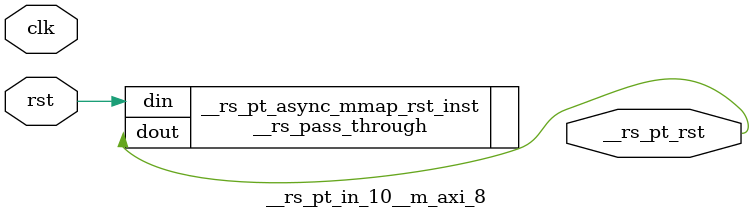
<source format=v>
`timescale 1 ns / 1 ps
/**   Generated by RapidStream   **/
module __rs_pt_in_10__m_axi_8 #(
    parameter BufferSize         = 32,
    parameter BufferSizeLog      = 5,
    parameter AddrWidth          = 64,
    parameter AxiSideAddrWidth   = 64,
    parameter DataWidth          = 512,
    parameter DataWidthBytesLog  = 6,
    parameter WaitTimeWidth      = 4,
    parameter BurstLenWidth      = 8,
    parameter EnableReadChannel  = 1,
    parameter EnableWriteChannel = 1,
    parameter MaxWaitTime        = 3,
    parameter MaxBurstLen        = 15
) (
    output wire __rs_pt_rst,
    input wire  clk,
    input wire  rst
);




__rs_pass_through #(
    .WIDTH (1)
) __rs_pt_async_mmap_rst_inst /**   Generated by RapidStream   **/ (
    .din  (rst),
    .dout (__rs_pt_rst)
);

endmodule  // __rs_pt_in_10__m_axi_8
</source>
